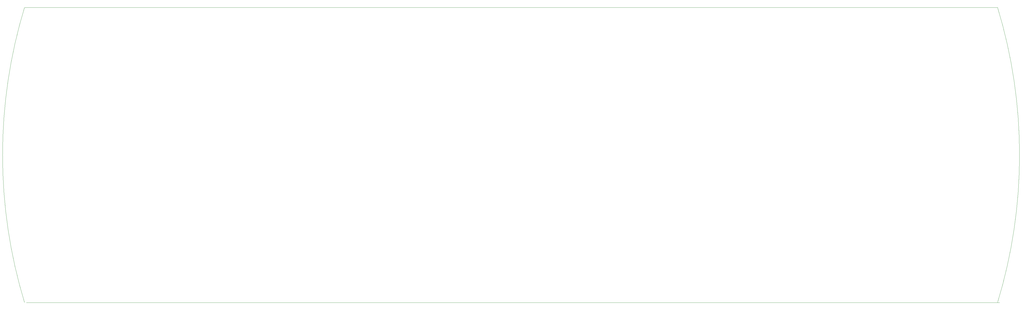
<source format=gbr>
%TF.GenerationSoftware,KiCad,Pcbnew,7.0.8*%
%TF.CreationDate,2023-11-15T20:37:27+01:00*%
%TF.ProjectId,main_board_4_jlc-3.2,6d61696e-5f62-46f6-9172-645f345f6a6c,rev?*%
%TF.SameCoordinates,Original*%
%TF.FileFunction,Profile,NP*%
%FSLAX46Y46*%
G04 Gerber Fmt 4.6, Leading zero omitted, Abs format (unit mm)*
G04 Created by KiCad (PCBNEW 7.0.8) date 2023-11-15 20:37:27*
%MOMM*%
%LPD*%
G01*
G04 APERTURE LIST*
%TA.AperFunction,Profile*%
%ADD10C,0.100000*%
%TD*%
G04 APERTURE END LIST*
D10*
X48967200Y-278693625D02*
X402408200Y-278693625D01*
X48280200Y-171306425D02*
X401721200Y-171306425D01*
X401721184Y-278693621D02*
G75*
G03*
X401721198Y-171306425I-176721184J53693621D01*
G01*
X48280200Y-171306425D02*
G75*
G03*
X48280214Y-278693621I176719800J-53693575D01*
G01*
M02*

</source>
